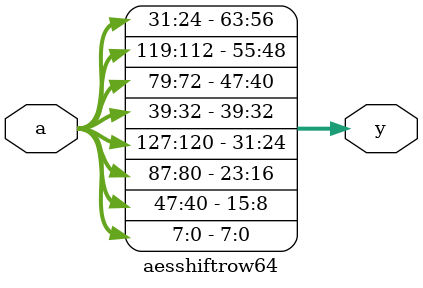
<source format=sv>

module aesshiftrow64(
   input  logic [127:0] a, 
   output logic [63:0] y
);
		    
   assign y = {a[31:24],   a[119:112], a[79:72],   a[39:32],
               a[127:120], a[87:80],   a[47:40],   a[7:0]};   
endmodule

</source>
